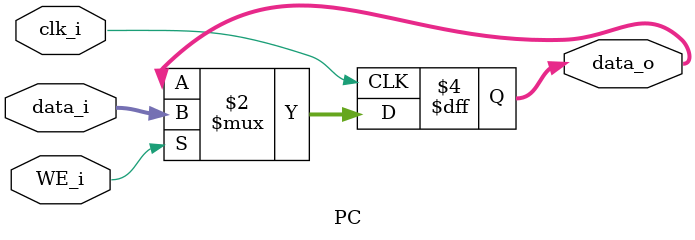
<source format=sv>
module PC( // Program Counter
	input logic [31:0] data_i,
	input logic WE_i, // Write Enable
	input logic clk_i,
	output logic [31:0] data_o
	);
	
	logic [31:0] mem;
	logic [31:0] pc;
	
	//mux2to1_32bit MU0(mem, data_i, WE_i, pc);
	
	always_ff @(posedge clk_i) begin
		if (WE_i) data_o <= data_i;
		//mem <= data_o;
	end
	
endmodule

</source>
